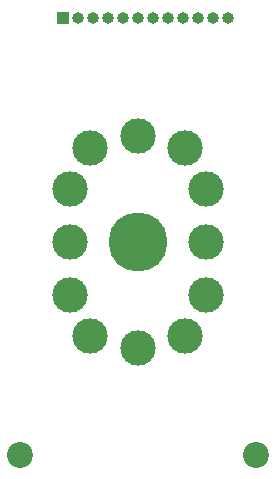
<source format=gbr>
%TF.GenerationSoftware,KiCad,Pcbnew,(6.0.2)*%
%TF.CreationDate,2022-03-13T14:10:45-04:00*%
%TF.ProjectId,nixie_daughter,6e697869-655f-4646-9175-67687465722e,rev?*%
%TF.SameCoordinates,Original*%
%TF.FileFunction,Soldermask,Top*%
%TF.FilePolarity,Negative*%
%FSLAX46Y46*%
G04 Gerber Fmt 4.6, Leading zero omitted, Abs format (unit mm)*
G04 Created by KiCad (PCBNEW (6.0.2)) date 2022-03-13 14:10:45*
%MOMM*%
%LPD*%
G01*
G04 APERTURE LIST*
%ADD10C,5.000000*%
%ADD11C,3.000000*%
%ADD12C,2.200000*%
%ADD13R,1.000000X1.000000*%
%ADD14O,1.000000X1.000000*%
G04 APERTURE END LIST*
D10*
%TO.C,IN-12*%
X123000000Y-114000000D03*
D11*
X127000000Y-122000000D03*
X128750000Y-118500000D03*
X128750000Y-114000000D03*
X128750000Y-109500000D03*
X127000000Y-106000000D03*
X123000000Y-105000000D03*
X119000000Y-106000000D03*
X117250000Y-109500000D03*
X117250000Y-114000000D03*
X117250000Y-118500000D03*
X119000000Y-122000000D03*
X123000000Y-123000000D03*
%TD*%
D12*
%TO.C,REF\u002A\u002A*%
X113000000Y-132000000D03*
%TD*%
%TO.C,REF\u002A\u002A*%
X133000000Y-132000000D03*
%TD*%
D13*
%TO.C,J1*%
X116650000Y-95000000D03*
D14*
X117920000Y-95000000D03*
X119190000Y-95000000D03*
X120460000Y-95000000D03*
X121730000Y-95000000D03*
X123000000Y-95000000D03*
X124270000Y-95000000D03*
X125540000Y-95000000D03*
X126810000Y-95000000D03*
X128080000Y-95000000D03*
X129350000Y-95000000D03*
X130620000Y-95000000D03*
%TD*%
M02*

</source>
